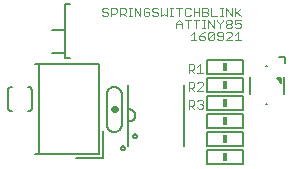
<source format=gto>
G75*
%MOIN*%
%OFA0B0*%
%FSLAX25Y25*%
%IPPOS*%
%LPD*%
%AMOC8*
5,1,8,0,0,1.08239X$1,22.5*
%
%ADD10C,0.00300*%
%ADD11C,0.02200*%
%ADD12C,0.00500*%
%ADD13C,0.00800*%
%ADD14R,0.01800X0.03000*%
%ADD15C,0.00600*%
D10*
X0070310Y0059200D02*
X0070310Y0061135D01*
X0071278Y0062102D01*
X0072245Y0061135D01*
X0072245Y0059200D01*
X0072245Y0060651D02*
X0070310Y0060651D01*
X0071278Y0063200D02*
X0071278Y0066102D01*
X0072245Y0066102D02*
X0070310Y0066102D01*
X0069313Y0066102D02*
X0068346Y0066102D01*
X0068829Y0066102D02*
X0068829Y0063200D01*
X0068346Y0063200D02*
X0069313Y0063200D01*
X0067334Y0063200D02*
X0067334Y0066102D01*
X0065399Y0066102D02*
X0065399Y0063200D01*
X0066367Y0064167D01*
X0067334Y0063200D01*
X0064388Y0063684D02*
X0063904Y0063200D01*
X0062936Y0063200D01*
X0062453Y0063684D01*
X0061441Y0063684D02*
X0060957Y0063200D01*
X0059990Y0063200D01*
X0059506Y0063684D01*
X0059506Y0065619D01*
X0059990Y0066102D01*
X0060957Y0066102D01*
X0061441Y0065619D01*
X0061441Y0064651D02*
X0060474Y0064651D01*
X0061441Y0064651D02*
X0061441Y0063684D01*
X0062453Y0065135D02*
X0062936Y0064651D01*
X0063904Y0064651D01*
X0064388Y0064167D01*
X0064388Y0063684D01*
X0064388Y0065619D02*
X0063904Y0066102D01*
X0062936Y0066102D01*
X0062453Y0065619D01*
X0062453Y0065135D01*
X0058495Y0066102D02*
X0058495Y0063200D01*
X0056560Y0066102D01*
X0056560Y0063200D01*
X0055563Y0063200D02*
X0054595Y0063200D01*
X0055079Y0063200D02*
X0055079Y0066102D01*
X0054595Y0066102D02*
X0055563Y0066102D01*
X0053584Y0065619D02*
X0053584Y0064651D01*
X0053100Y0064167D01*
X0051649Y0064167D01*
X0051649Y0063200D02*
X0051649Y0066102D01*
X0053100Y0066102D01*
X0053584Y0065619D01*
X0052616Y0064167D02*
X0053584Y0063200D01*
X0050637Y0064651D02*
X0050637Y0065619D01*
X0050153Y0066102D01*
X0048702Y0066102D01*
X0048702Y0063200D01*
X0048702Y0064167D02*
X0050153Y0064167D01*
X0050637Y0064651D01*
X0047691Y0064167D02*
X0047691Y0063684D01*
X0047207Y0063200D01*
X0046239Y0063200D01*
X0045756Y0063684D01*
X0046239Y0064651D02*
X0047207Y0064651D01*
X0047691Y0064167D01*
X0047691Y0065619D02*
X0047207Y0066102D01*
X0046239Y0066102D01*
X0045756Y0065619D01*
X0045756Y0065135D01*
X0046239Y0064651D01*
X0073257Y0063684D02*
X0073740Y0063200D01*
X0074708Y0063200D01*
X0075192Y0063684D01*
X0076203Y0063200D02*
X0076203Y0066102D01*
X0075192Y0065619D02*
X0074708Y0066102D01*
X0073740Y0066102D01*
X0073257Y0065619D01*
X0073257Y0063684D01*
X0073257Y0062102D02*
X0075192Y0062102D01*
X0074224Y0062102D02*
X0074224Y0059200D01*
X0076188Y0058102D02*
X0076188Y0055200D01*
X0075221Y0055200D02*
X0077156Y0055200D01*
X0078167Y0055684D02*
X0078651Y0055200D01*
X0079619Y0055200D01*
X0080102Y0055684D01*
X0080102Y0056167D01*
X0079619Y0056651D01*
X0078167Y0056651D01*
X0078167Y0055684D01*
X0078167Y0056651D02*
X0079135Y0057619D01*
X0080102Y0058102D01*
X0080117Y0059200D02*
X0079150Y0059200D01*
X0079633Y0059200D02*
X0079633Y0062102D01*
X0079150Y0062102D02*
X0080117Y0062102D01*
X0081114Y0062102D02*
X0083049Y0059200D01*
X0083049Y0062102D01*
X0084060Y0062102D02*
X0084060Y0061619D01*
X0085028Y0060651D01*
X0085028Y0059200D01*
X0085512Y0058102D02*
X0084544Y0058102D01*
X0084060Y0057619D01*
X0084060Y0057135D01*
X0084544Y0056651D01*
X0085995Y0056651D01*
X0085995Y0055684D02*
X0085995Y0057619D01*
X0085512Y0058102D01*
X0087007Y0057619D02*
X0087491Y0058102D01*
X0088458Y0058102D01*
X0088942Y0057619D01*
X0088942Y0057135D01*
X0087007Y0055200D01*
X0088942Y0055200D01*
X0089953Y0055200D02*
X0091888Y0055200D01*
X0090921Y0055200D02*
X0090921Y0058102D01*
X0089953Y0057135D01*
X0090437Y0059200D02*
X0089953Y0059684D01*
X0090437Y0059200D02*
X0091405Y0059200D01*
X0091888Y0059684D01*
X0091888Y0060651D01*
X0091405Y0061135D01*
X0090921Y0061135D01*
X0089953Y0060651D01*
X0089953Y0062102D01*
X0091888Y0062102D01*
X0091888Y0063200D02*
X0090437Y0064651D01*
X0089953Y0064167D02*
X0091888Y0066102D01*
X0089953Y0066102D02*
X0089953Y0063200D01*
X0088942Y0063200D02*
X0088942Y0066102D01*
X0087007Y0066102D02*
X0088942Y0063200D01*
X0088458Y0062102D02*
X0087491Y0062102D01*
X0087007Y0061619D01*
X0087007Y0061135D01*
X0087491Y0060651D01*
X0088458Y0060651D01*
X0088942Y0060167D01*
X0088942Y0059684D01*
X0088458Y0059200D01*
X0087491Y0059200D01*
X0087007Y0059684D01*
X0087007Y0060167D01*
X0087491Y0060651D01*
X0088458Y0060651D02*
X0088942Y0061135D01*
X0088942Y0061619D01*
X0088458Y0062102D01*
X0087007Y0063200D02*
X0087007Y0066102D01*
X0086010Y0066102D02*
X0085043Y0066102D01*
X0085526Y0066102D02*
X0085526Y0063200D01*
X0085043Y0063200D02*
X0086010Y0063200D01*
X0085995Y0062102D02*
X0085995Y0061619D01*
X0085028Y0060651D01*
X0084031Y0063200D02*
X0082096Y0063200D01*
X0082096Y0066102D01*
X0081085Y0065619D02*
X0081085Y0065135D01*
X0080601Y0064651D01*
X0079150Y0064651D01*
X0078138Y0064651D02*
X0076203Y0064651D01*
X0078138Y0066102D02*
X0078138Y0063200D01*
X0079150Y0063200D02*
X0080601Y0063200D01*
X0081085Y0063684D01*
X0081085Y0064167D01*
X0080601Y0064651D01*
X0081085Y0065619D02*
X0080601Y0066102D01*
X0079150Y0066102D01*
X0079150Y0063200D01*
X0078138Y0062102D02*
X0076203Y0062102D01*
X0077171Y0062102D02*
X0077171Y0059200D01*
X0076188Y0058102D02*
X0075221Y0057135D01*
X0081114Y0057619D02*
X0081114Y0055684D01*
X0083049Y0057619D01*
X0083049Y0055684D01*
X0082565Y0055200D01*
X0081598Y0055200D01*
X0081114Y0055684D01*
X0081114Y0057619D02*
X0081598Y0058102D01*
X0082565Y0058102D01*
X0083049Y0057619D01*
X0084060Y0055684D02*
X0084544Y0055200D01*
X0085512Y0055200D01*
X0085995Y0055684D01*
X0081114Y0059200D02*
X0081114Y0062102D01*
X0078421Y0047352D02*
X0078421Y0044450D01*
X0079388Y0044450D02*
X0077453Y0044450D01*
X0076442Y0044450D02*
X0075474Y0045417D01*
X0075958Y0045417D02*
X0074507Y0045417D01*
X0074507Y0044450D02*
X0074507Y0047352D01*
X0075958Y0047352D01*
X0076442Y0046869D01*
X0076442Y0045901D01*
X0075958Y0045417D01*
X0077453Y0046385D02*
X0078421Y0047352D01*
X0077937Y0041352D02*
X0077453Y0040869D01*
X0077937Y0041352D02*
X0078905Y0041352D01*
X0079388Y0040869D01*
X0079388Y0040385D01*
X0077453Y0038450D01*
X0079388Y0038450D01*
X0076442Y0038450D02*
X0075474Y0039417D01*
X0075958Y0039417D02*
X0074507Y0039417D01*
X0074507Y0038450D02*
X0074507Y0041352D01*
X0075958Y0041352D01*
X0076442Y0040869D01*
X0076442Y0039901D01*
X0075958Y0039417D01*
X0075958Y0035352D02*
X0074507Y0035352D01*
X0074507Y0032450D01*
X0074507Y0033417D02*
X0075958Y0033417D01*
X0076442Y0033901D01*
X0076442Y0034869D01*
X0075958Y0035352D01*
X0077453Y0034869D02*
X0077937Y0035352D01*
X0078905Y0035352D01*
X0079388Y0034869D01*
X0079388Y0034385D01*
X0078905Y0033901D01*
X0079388Y0033417D01*
X0079388Y0032934D01*
X0078905Y0032450D01*
X0077937Y0032450D01*
X0077453Y0032934D01*
X0076442Y0032450D02*
X0075474Y0033417D01*
X0078421Y0033901D02*
X0078905Y0033901D01*
D11*
X0049870Y0032250D02*
X0049630Y0032250D01*
D12*
X0024750Y0017250D02*
X0023431Y0017250D01*
X0024750Y0017250D02*
X0044750Y0017250D01*
X0044750Y0047250D01*
X0024750Y0047250D01*
X0023431Y0047250D01*
X0024750Y0047250D02*
X0024750Y0017250D01*
X0037112Y0016108D02*
X0045967Y0016108D01*
X0045967Y0025163D01*
X0047250Y0027250D02*
X0047250Y0037250D01*
X0047252Y0037348D01*
X0047258Y0037446D01*
X0047267Y0037544D01*
X0047281Y0037641D01*
X0047298Y0037738D01*
X0047319Y0037834D01*
X0047344Y0037929D01*
X0047372Y0038023D01*
X0047405Y0038115D01*
X0047440Y0038207D01*
X0047480Y0038297D01*
X0047522Y0038385D01*
X0047569Y0038472D01*
X0047618Y0038556D01*
X0047671Y0038639D01*
X0047727Y0038719D01*
X0047787Y0038798D01*
X0047849Y0038874D01*
X0047914Y0038947D01*
X0047982Y0039018D01*
X0048053Y0039086D01*
X0048126Y0039151D01*
X0048202Y0039213D01*
X0048281Y0039273D01*
X0048361Y0039329D01*
X0048444Y0039382D01*
X0048528Y0039431D01*
X0048615Y0039478D01*
X0048703Y0039520D01*
X0048793Y0039560D01*
X0048885Y0039595D01*
X0048977Y0039628D01*
X0049071Y0039656D01*
X0049166Y0039681D01*
X0049262Y0039702D01*
X0049359Y0039719D01*
X0049456Y0039733D01*
X0049554Y0039742D01*
X0049652Y0039748D01*
X0049750Y0039750D01*
X0049848Y0039748D01*
X0049946Y0039742D01*
X0050044Y0039733D01*
X0050141Y0039719D01*
X0050238Y0039702D01*
X0050334Y0039681D01*
X0050429Y0039656D01*
X0050523Y0039628D01*
X0050615Y0039595D01*
X0050707Y0039560D01*
X0050797Y0039520D01*
X0050885Y0039478D01*
X0050972Y0039431D01*
X0051056Y0039382D01*
X0051139Y0039329D01*
X0051219Y0039273D01*
X0051298Y0039213D01*
X0051374Y0039151D01*
X0051447Y0039086D01*
X0051518Y0039018D01*
X0051586Y0038947D01*
X0051651Y0038874D01*
X0051713Y0038798D01*
X0051773Y0038719D01*
X0051829Y0038639D01*
X0051882Y0038556D01*
X0051931Y0038472D01*
X0051978Y0038385D01*
X0052020Y0038297D01*
X0052060Y0038207D01*
X0052095Y0038115D01*
X0052128Y0038023D01*
X0052156Y0037929D01*
X0052181Y0037834D01*
X0052202Y0037738D01*
X0052219Y0037641D01*
X0052233Y0037544D01*
X0052242Y0037446D01*
X0052248Y0037348D01*
X0052250Y0037250D01*
X0052250Y0027250D01*
X0052248Y0027152D01*
X0052242Y0027054D01*
X0052233Y0026956D01*
X0052219Y0026859D01*
X0052202Y0026762D01*
X0052181Y0026666D01*
X0052156Y0026571D01*
X0052128Y0026477D01*
X0052095Y0026385D01*
X0052060Y0026293D01*
X0052020Y0026203D01*
X0051978Y0026115D01*
X0051931Y0026028D01*
X0051882Y0025944D01*
X0051829Y0025861D01*
X0051773Y0025781D01*
X0051713Y0025702D01*
X0051651Y0025626D01*
X0051586Y0025553D01*
X0051518Y0025482D01*
X0051447Y0025414D01*
X0051374Y0025349D01*
X0051298Y0025287D01*
X0051219Y0025227D01*
X0051139Y0025171D01*
X0051056Y0025118D01*
X0050972Y0025069D01*
X0050885Y0025022D01*
X0050797Y0024980D01*
X0050707Y0024940D01*
X0050615Y0024905D01*
X0050523Y0024872D01*
X0050429Y0024844D01*
X0050334Y0024819D01*
X0050238Y0024798D01*
X0050141Y0024781D01*
X0050044Y0024767D01*
X0049946Y0024758D01*
X0049848Y0024752D01*
X0049750Y0024750D01*
X0049652Y0024752D01*
X0049554Y0024758D01*
X0049456Y0024767D01*
X0049359Y0024781D01*
X0049262Y0024798D01*
X0049166Y0024819D01*
X0049071Y0024844D01*
X0048977Y0024872D01*
X0048885Y0024905D01*
X0048793Y0024940D01*
X0048703Y0024980D01*
X0048615Y0025022D01*
X0048528Y0025069D01*
X0048444Y0025118D01*
X0048361Y0025171D01*
X0048281Y0025227D01*
X0048202Y0025287D01*
X0048126Y0025349D01*
X0048053Y0025414D01*
X0047982Y0025482D01*
X0047914Y0025553D01*
X0047849Y0025626D01*
X0047787Y0025702D01*
X0047727Y0025781D01*
X0047671Y0025861D01*
X0047618Y0025944D01*
X0047569Y0026028D01*
X0047522Y0026115D01*
X0047480Y0026203D01*
X0047440Y0026293D01*
X0047405Y0026385D01*
X0047372Y0026477D01*
X0047344Y0026571D01*
X0047319Y0026666D01*
X0047298Y0026762D01*
X0047281Y0026859D01*
X0047267Y0026956D01*
X0047258Y0027054D01*
X0047252Y0027152D01*
X0047250Y0027250D01*
X0054750Y0028250D02*
X0054838Y0028252D01*
X0054927Y0028258D01*
X0055015Y0028268D01*
X0055102Y0028281D01*
X0055189Y0028299D01*
X0055275Y0028320D01*
X0055360Y0028345D01*
X0055443Y0028374D01*
X0055526Y0028407D01*
X0055606Y0028443D01*
X0055685Y0028482D01*
X0055763Y0028525D01*
X0055838Y0028572D01*
X0055911Y0028622D01*
X0055982Y0028675D01*
X0056051Y0028731D01*
X0056117Y0028790D01*
X0056180Y0028852D01*
X0056240Y0028916D01*
X0056298Y0028983D01*
X0056352Y0029053D01*
X0056404Y0029125D01*
X0056452Y0029199D01*
X0056497Y0029276D01*
X0056538Y0029354D01*
X0056576Y0029434D01*
X0056610Y0029515D01*
X0056641Y0029598D01*
X0056668Y0029683D01*
X0056691Y0029768D01*
X0056710Y0029854D01*
X0056726Y0029942D01*
X0056738Y0030029D01*
X0056746Y0030117D01*
X0056750Y0030206D01*
X0056750Y0030294D01*
X0056746Y0030383D01*
X0056738Y0030471D01*
X0056726Y0030558D01*
X0056710Y0030646D01*
X0056691Y0030732D01*
X0056668Y0030817D01*
X0056641Y0030902D01*
X0056610Y0030985D01*
X0056576Y0031066D01*
X0056538Y0031146D01*
X0056497Y0031224D01*
X0056452Y0031301D01*
X0056404Y0031375D01*
X0056352Y0031447D01*
X0056298Y0031517D01*
X0056240Y0031584D01*
X0056180Y0031648D01*
X0056117Y0031710D01*
X0056051Y0031769D01*
X0055982Y0031825D01*
X0055911Y0031878D01*
X0055838Y0031928D01*
X0055763Y0031975D01*
X0055685Y0032018D01*
X0055606Y0032057D01*
X0055526Y0032093D01*
X0055443Y0032126D01*
X0055360Y0032155D01*
X0055275Y0032180D01*
X0055189Y0032201D01*
X0055102Y0032219D01*
X0055015Y0032232D01*
X0054927Y0032242D01*
X0054838Y0032248D01*
X0054750Y0032250D01*
X0034900Y0049490D02*
X0033380Y0049490D01*
X0033380Y0067207D01*
X0034900Y0067207D01*
X0033400Y0058545D02*
X0028900Y0058545D01*
X0028900Y0051045D02*
X0033400Y0051045D01*
X0080750Y0048550D02*
X0080750Y0043950D01*
X0092750Y0043950D01*
X0092750Y0048550D01*
X0080750Y0048550D01*
X0080750Y0042550D02*
X0092750Y0042550D01*
X0092750Y0037950D01*
X0080750Y0037950D01*
X0080750Y0042550D01*
X0080750Y0036550D02*
X0080750Y0031950D01*
X0092750Y0031950D01*
X0092750Y0036550D01*
X0080750Y0036550D01*
X0080750Y0030550D02*
X0092750Y0030550D01*
X0092750Y0025950D01*
X0080750Y0025950D01*
X0080750Y0030550D01*
X0080750Y0024550D02*
X0092750Y0024550D01*
X0092750Y0019950D01*
X0080750Y0019950D01*
X0080750Y0024550D01*
X0080750Y0018550D02*
X0092750Y0018550D01*
X0092750Y0013950D01*
X0080750Y0013950D01*
X0080750Y0018550D01*
X0100356Y0033951D02*
X0100750Y0033951D01*
X0106262Y0037494D02*
X0106262Y0043006D01*
X0105474Y0042612D02*
X0105474Y0041037D01*
X0103900Y0042612D01*
X0105474Y0042612D01*
X0105081Y0042219D02*
X0104687Y0042219D01*
X0105081Y0041825D01*
X0100750Y0046549D02*
X0100356Y0046549D01*
X0104550Y0049750D02*
X0106550Y0049750D01*
X0106550Y0047750D01*
X0094844Y0043006D02*
X0094844Y0037494D01*
D13*
X0056085Y0023350D02*
X0056087Y0023397D01*
X0056093Y0023444D01*
X0056103Y0023491D01*
X0056116Y0023536D01*
X0056134Y0023580D01*
X0056155Y0023622D01*
X0056179Y0023663D01*
X0056207Y0023701D01*
X0056238Y0023737D01*
X0056272Y0023770D01*
X0056308Y0023800D01*
X0056347Y0023827D01*
X0056388Y0023851D01*
X0056431Y0023871D01*
X0056475Y0023887D01*
X0056521Y0023900D01*
X0056567Y0023909D01*
X0056615Y0023914D01*
X0056662Y0023915D01*
X0056709Y0023912D01*
X0056756Y0023905D01*
X0056802Y0023894D01*
X0056847Y0023880D01*
X0056891Y0023861D01*
X0056932Y0023839D01*
X0056972Y0023814D01*
X0057010Y0023785D01*
X0057045Y0023754D01*
X0057078Y0023719D01*
X0057107Y0023682D01*
X0057133Y0023643D01*
X0057156Y0023601D01*
X0057175Y0023558D01*
X0057191Y0023513D01*
X0057203Y0023467D01*
X0057211Y0023421D01*
X0057215Y0023374D01*
X0057215Y0023326D01*
X0057211Y0023279D01*
X0057203Y0023233D01*
X0057191Y0023187D01*
X0057175Y0023142D01*
X0057156Y0023099D01*
X0057133Y0023057D01*
X0057107Y0023018D01*
X0057078Y0022981D01*
X0057045Y0022946D01*
X0057010Y0022915D01*
X0056972Y0022886D01*
X0056933Y0022861D01*
X0056891Y0022839D01*
X0056847Y0022820D01*
X0056802Y0022806D01*
X0056756Y0022795D01*
X0056709Y0022788D01*
X0056662Y0022785D01*
X0056615Y0022786D01*
X0056567Y0022791D01*
X0056521Y0022800D01*
X0056475Y0022813D01*
X0056431Y0022829D01*
X0056388Y0022849D01*
X0056347Y0022873D01*
X0056308Y0022900D01*
X0056272Y0022930D01*
X0056238Y0022963D01*
X0056207Y0022999D01*
X0056179Y0023037D01*
X0056155Y0023078D01*
X0056134Y0023120D01*
X0056116Y0023164D01*
X0056103Y0023209D01*
X0056093Y0023256D01*
X0056087Y0023303D01*
X0056085Y0023350D01*
X0052085Y0019350D02*
X0052087Y0019397D01*
X0052093Y0019444D01*
X0052103Y0019491D01*
X0052116Y0019536D01*
X0052134Y0019580D01*
X0052155Y0019622D01*
X0052179Y0019663D01*
X0052207Y0019701D01*
X0052238Y0019737D01*
X0052272Y0019770D01*
X0052308Y0019800D01*
X0052347Y0019827D01*
X0052388Y0019851D01*
X0052431Y0019871D01*
X0052475Y0019887D01*
X0052521Y0019900D01*
X0052567Y0019909D01*
X0052615Y0019914D01*
X0052662Y0019915D01*
X0052709Y0019912D01*
X0052756Y0019905D01*
X0052802Y0019894D01*
X0052847Y0019880D01*
X0052891Y0019861D01*
X0052932Y0019839D01*
X0052972Y0019814D01*
X0053010Y0019785D01*
X0053045Y0019754D01*
X0053078Y0019719D01*
X0053107Y0019682D01*
X0053133Y0019643D01*
X0053156Y0019601D01*
X0053175Y0019558D01*
X0053191Y0019513D01*
X0053203Y0019467D01*
X0053211Y0019421D01*
X0053215Y0019374D01*
X0053215Y0019326D01*
X0053211Y0019279D01*
X0053203Y0019233D01*
X0053191Y0019187D01*
X0053175Y0019142D01*
X0053156Y0019099D01*
X0053133Y0019057D01*
X0053107Y0019018D01*
X0053078Y0018981D01*
X0053045Y0018946D01*
X0053010Y0018915D01*
X0052972Y0018886D01*
X0052933Y0018861D01*
X0052891Y0018839D01*
X0052847Y0018820D01*
X0052802Y0018806D01*
X0052756Y0018795D01*
X0052709Y0018788D01*
X0052662Y0018785D01*
X0052615Y0018786D01*
X0052567Y0018791D01*
X0052521Y0018800D01*
X0052475Y0018813D01*
X0052431Y0018829D01*
X0052388Y0018849D01*
X0052347Y0018873D01*
X0052308Y0018900D01*
X0052272Y0018930D01*
X0052238Y0018963D01*
X0052207Y0018999D01*
X0052179Y0019037D01*
X0052155Y0019078D01*
X0052134Y0019120D01*
X0052116Y0019164D01*
X0052103Y0019209D01*
X0052093Y0019256D01*
X0052087Y0019303D01*
X0052085Y0019350D01*
X0022270Y0032585D02*
X0022270Y0038884D01*
X0022256Y0038943D01*
X0022239Y0039001D01*
X0022218Y0039058D01*
X0022194Y0039114D01*
X0022166Y0039168D01*
X0022136Y0039220D01*
X0022102Y0039271D01*
X0022065Y0039319D01*
X0022026Y0039365D01*
X0021983Y0039408D01*
X0021939Y0039449D01*
X0021891Y0039487D01*
X0021842Y0039522D01*
X0021790Y0039554D01*
X0021737Y0039583D01*
X0021682Y0039609D01*
X0021626Y0039631D01*
X0021568Y0039650D01*
X0021509Y0039666D01*
X0021450Y0039677D01*
X0021390Y0039686D01*
X0021329Y0039690D01*
X0021269Y0039691D01*
X0021208Y0039688D01*
X0021148Y0039682D01*
X0021088Y0039672D01*
X0015577Y0039672D02*
X0015515Y0039682D01*
X0015452Y0039688D01*
X0015389Y0039691D01*
X0015326Y0039690D01*
X0015263Y0039684D01*
X0015201Y0039675D01*
X0015139Y0039662D01*
X0015078Y0039645D01*
X0015019Y0039624D01*
X0014961Y0039599D01*
X0014904Y0039571D01*
X0014850Y0039539D01*
X0014797Y0039504D01*
X0014747Y0039466D01*
X0014699Y0039425D01*
X0014654Y0039381D01*
X0014612Y0039334D01*
X0014573Y0039284D01*
X0014537Y0039232D01*
X0014505Y0039178D01*
X0014475Y0039123D01*
X0014450Y0039065D01*
X0014428Y0039006D01*
X0014410Y0038945D01*
X0014395Y0038884D01*
X0014396Y0038884D02*
X0014396Y0032585D01*
X0014395Y0032584D02*
X0014410Y0032523D01*
X0014428Y0032462D01*
X0014450Y0032403D01*
X0014475Y0032345D01*
X0014505Y0032290D01*
X0014537Y0032236D01*
X0014573Y0032184D01*
X0014612Y0032134D01*
X0014654Y0032087D01*
X0014699Y0032043D01*
X0014747Y0032002D01*
X0014797Y0031964D01*
X0014850Y0031929D01*
X0014904Y0031897D01*
X0014961Y0031869D01*
X0015019Y0031844D01*
X0015078Y0031823D01*
X0015139Y0031806D01*
X0015201Y0031793D01*
X0015263Y0031784D01*
X0015326Y0031778D01*
X0015389Y0031777D01*
X0015452Y0031780D01*
X0015515Y0031786D01*
X0015577Y0031796D01*
X0021088Y0031796D02*
X0021148Y0031786D01*
X0021208Y0031780D01*
X0021269Y0031777D01*
X0021329Y0031778D01*
X0021390Y0031782D01*
X0021450Y0031791D01*
X0021509Y0031802D01*
X0021568Y0031818D01*
X0021626Y0031837D01*
X0021682Y0031859D01*
X0021737Y0031885D01*
X0021790Y0031914D01*
X0021842Y0031946D01*
X0021891Y0031981D01*
X0021939Y0032019D01*
X0021983Y0032060D01*
X0022026Y0032103D01*
X0022065Y0032149D01*
X0022102Y0032197D01*
X0022136Y0032248D01*
X0022166Y0032300D01*
X0022194Y0032354D01*
X0022218Y0032410D01*
X0022239Y0032467D01*
X0022256Y0032525D01*
X0022270Y0032584D01*
D14*
X0086750Y0034250D03*
X0086750Y0028250D03*
X0086750Y0022250D03*
X0086750Y0016250D03*
X0086750Y0040250D03*
X0086750Y0046250D03*
D15*
X0073049Y0040248D02*
X0073049Y0020152D01*
X0054451Y0020152D02*
X0054451Y0040248D01*
M02*

</source>
